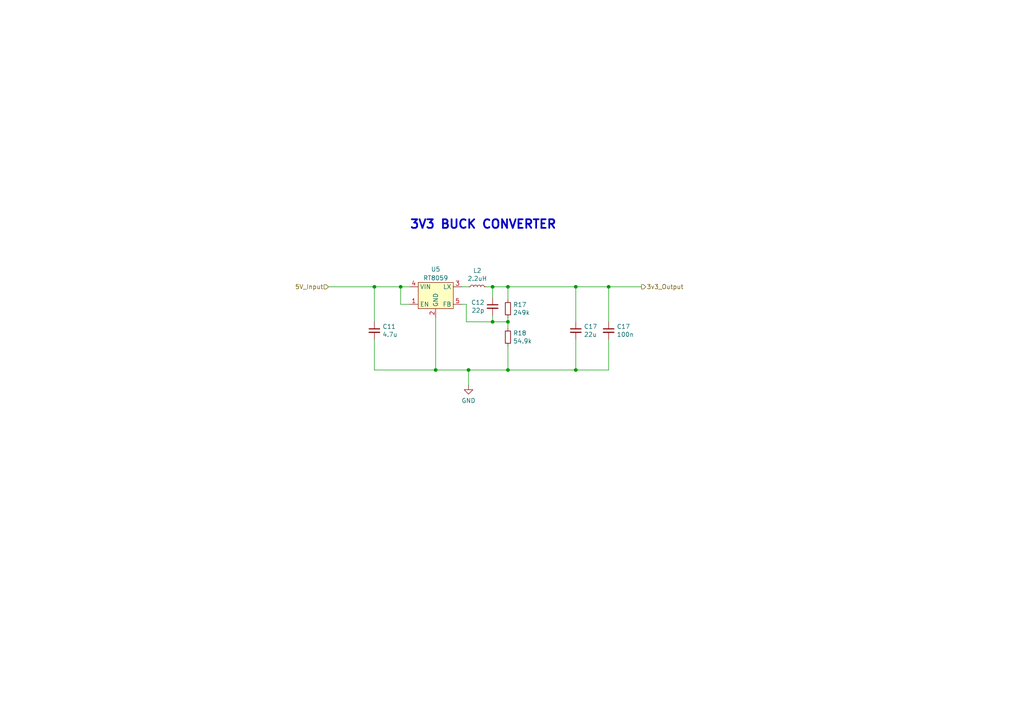
<source format=kicad_sch>
(kicad_sch (version 20230121) (generator eeschema)
  (paper "A4")
  (lib_symbols
    (symbol "Device:C_Small" (pin_numbers hide) (pin_names (offset 0.254) hide)
      (property "Reference" "C" (at 0.254 1.778 0))
      (property "Value" "C_Small" (at 0.254 -2.032 0))
      (symbol "C_Small_0_1"
        (polyline (pts (xy -1.524 -0.508) (xy 1.524 -0.508)) (stroke (width 0.3302)))
        (polyline (pts (xy -1.524 0.508) (xy 1.524 0.508)) (stroke (width 0.3048)))
      )
      (symbol "C_Small_1_1"
        (pin passive line (at 0 2.54 270) (length 2.032) (name "~") (number "1"))
        (pin passive line (at 0 -2.54 90) (length 2.032) (name "~") (number "2"))
      )
    )
    (symbol "Device:L_Small" (pin_numbers hide) (pin_names (offset 0.254) hide)
      (property "Reference" "L" (at 0.762 1.016 0))
      (property "Value" "L_Small" (at 0.762 -1.016 0))
      (symbol "L_Small_0_1"
        (arc (start 0 -2.032) (mid 0.5058 -1.524) (end 0 -1.016))
        (arc (start 0 -1.016) (mid 0.5058 -0.508) (end 0 0))
        (arc (start 0 0) (mid 0.5058 0.508) (end 0 1.016))
        (arc (start 0 1.016) (mid 0.5058 1.524) (end 0 2.032))
      )
      (symbol "L_Small_1_1"
        (pin passive line (at 0 2.54 270) (length 0.508) (name "~") (number "1"))
        (pin passive line (at 0 -2.54 90) (length 0.508) (name "~") (number "2"))
      )
    )
    (symbol "Device:R_Small" (pin_numbers hide) (pin_names (offset 0.254) hide)
      (property "Reference" "R" (at 0.762 0.508 0))
      (property "Value" "R_Small" (at 0.762 -1.016 0))
      (symbol "R_Small_0_1"
        (rectangle (start -0.762 1.778) (end 0.762 -1.778) (stroke (width 0.2032)))
      )
      (symbol "R_Small_1_1"
        (pin passive line (at 0 2.54 270) (length 0.762) (name "~") (number "1"))
        (pin passive line (at 0 -2.54 90) (length 0.762) (name "~") (number "2"))
      )
    )
    (symbol "ECAD_Symbol:RT8059"
      (property "Reference" "U" (at 0 6.35 0))
      (property "Value" "RT8059" (at 0 3.81 0))
      (symbol "RT8059_0_0"
        (pin input line (at -7.62 -3.81 0) (length 2.54) (name "EN") (number "1"))
        (pin power_in line (at 0 -7.62 90) (length 2.54) (name "GND") (number "2"))
        (pin passive line (at 7.62 1.27 180) (length 2.54) (name "LX") (number "3"))
        (pin input line (at -7.62 1.27 0) (length 2.54) (name "VIN") (number "4"))
        (pin input line (at 7.62 -3.81 180) (length 2.54) (name "FB") (number "5"))
      )
      (symbol "RT8059_0_1"
        (rectangle (start -5.08 2.54) (end 5.08 -5.08) (fill (type background)))
      )
    )
    (symbol "power:GND" (power) (pin_names (offset 0))
      (property "Value" "GND" (at 0 -3.81 0))
      (symbol "GND_0_1"
        (polyline (pts (xy 0 0) (xy 0 -1.27) (xy 1.27 -1.27) (xy 0 -2.54) (xy -1.27 -1.27) (xy 0 -1.27)))
      )
      (symbol "GND_1_1"
        (pin power_in line (at 0 0 270) (length 0) hide (name "GND") (number "1"))
      )
    )
  )
  (junction (at 147.32 107.315))
  (junction (at 108.585 83.185))
  (junction (at 116.205 83.185))
  (junction (at 126.365 107.315))
  (junction (at 147.32 83.185))
  (junction (at 135.89 107.315))
  (junction (at 167.005 107.315))
  (junction (at 142.875 93.345))
  (junction (at 147.32 93.345))
  (junction (at 167.005 83.185))
  (junction (at 142.875 83.185))
  (junction (at 176.53 83.185))
  (wire (pts (xy 116.205 88.265) (xy 116.205 83.185)))
  (wire (pts (xy 142.875 93.345) (xy 147.32 93.345)))
  (wire (pts (xy 176.53 98.425) (xy 176.53 107.315)))
  (wire (pts (xy 135.89 107.315) (xy 147.32 107.315)))
  (wire (pts (xy 147.32 93.345) (xy 147.32 95.25)))
  (wire (pts (xy 135.255 88.265) (xy 133.985 88.265)))
  (wire (pts (xy 95.25 83.185) (xy 108.585 83.185)))
  (wire (pts (xy 147.32 93.345) (xy 147.32 92.075)))
  (wire (pts (xy 176.53 93.345) (xy 176.53 83.185)))
  (wire (pts (xy 167.005 83.185) (xy 176.53 83.185)))
  (wire (pts (xy 118.745 83.185) (xy 116.205 83.185)))
  (wire (pts (xy 135.89 107.315) (xy 135.89 111.76)))
  (wire (pts (xy 140.97 83.185) (xy 142.875 83.185)))
  (wire (pts (xy 118.745 88.265) (xy 116.205 88.265)))
  (wire (pts (xy 133.985 83.185) (xy 135.89 83.185)))
  (wire (pts (xy 126.365 92.075) (xy 126.365 107.315)))
  (wire (pts (xy 147.32 107.315) (xy 147.32 100.33)))
  (wire (pts (xy 167.005 107.315) (xy 167.005 98.425)))
  (wire (pts (xy 147.32 107.315) (xy 167.005 107.315)))
  (wire (pts (xy 142.875 83.185) (xy 147.32 83.185)))
  (wire (pts (xy 126.365 107.315) (xy 135.89 107.315)))
  (wire (pts (xy 108.585 83.185) (xy 108.585 93.345)))
  (wire (pts (xy 108.585 98.425) (xy 108.585 107.315)))
  (wire (pts (xy 147.32 83.185) (xy 167.005 83.185)))
  (wire (pts (xy 167.005 83.185) (xy 167.005 93.345)))
  (wire (pts (xy 147.32 86.995) (xy 147.32 83.185)))
  (wire (pts (xy 142.875 83.185) (xy 142.875 86.36)))
  (wire (pts (xy 108.585 107.315) (xy 126.365 107.315)))
  (wire (pts (xy 116.205 83.185) (xy 108.585 83.185)))
  (wire (pts (xy 176.53 83.185) (xy 186.055 83.185)))
  (wire (pts (xy 142.875 91.44) (xy 142.875 93.345)))
  (wire (pts (xy 135.255 93.345) (xy 135.255 88.265)))
  (wire (pts (xy 135.255 93.345) (xy 142.875 93.345)))
  (wire (pts (xy 176.53 107.315) (xy 167.005 107.315)))
  (text "3V3 BUCK CONVERTER" (at 118.745 66.675 0) (effects (font (size 2.5 2.5) (thickness 0.5) bold) (justify left bottom)))
  (hierarchical_label "5V_Input" (shape input) (at 95.25 83.185 180))
  (hierarchical_label "3v3_Output" (shape output) (at 186.055 83.185 0))
  (symbol (lib_id "Device:C_Small") (at 176.53 95.885 0) (unit 1)
    (property "Reference" "C17" (at 178.8668 94.7166 0) (effects (justify left)))
    (property "Value" "100n" (at 178.8668 97.028 0) (effects (justify left)))
    (property "Footprint" "Capacitor_SMD:C_0603_1608Metric" (effects hide))
    (instances (project "src_esp32" (path "" (reference "C17") (unit 1))) (project "48V-PV_Battery_charge_&_monitor" (path "" (reference "C47") (unit 1))) (project "MIR" (path "" (reference "C23") (unit 1))))
  )
  (symbol (lib_id "Device:C_Small") (at 108.585 95.885 0) (unit 1)
    (property "Reference" "C11" (at 110.9218 94.7166 0) (effects (justify left)))
    (property "Value" "4.7u" (at 110.9218 97.028 0) (effects (justify left)))
    (property "Footprint" "Capacitor_SMD:C_0805_2012Metric" (effects hide))
    (instances (project "src_esp32" (path "" (reference "C11") (unit 1))) (project "48V-PV_Battery_charge_&_monitor" (path "" (reference "C25") (unit 1))) (project "MIR" (path "" (reference "C17") (unit 1))))
  )
  (symbol (lib_id "Device:R_Small") (at 147.32 89.535 0) (unit 1)
    (property "Reference" "R17" (at 148.8186 88.3666 0) (effects (justify left)))
    (property "Value" "249k" (at 148.8186 90.678 0) (effects (justify left)))
    (property "Footprint" "Resistor_SMD:R_0603_1608Metric" (effects hide))
    (instances (project "src_esp32" (path "" (reference "R17") (unit 1))) (project "48V-PV_Battery_charge_&_monitor" (path "" (reference "R21") (unit 1))) (project "MIR" (path "" (reference "R16") (unit 1))))
  )
  (symbol (lib_id "Device:C_Small") (at 167.005 95.885 0) (unit 1)
    (property "Reference" "C17" (at 169.3418 94.7166 0) (effects (justify left)))
    (property "Value" "22u" (at 169.3418 97.028 0) (effects (justify left)))
    (property "Footprint" "Capacitor_SMD:C_0603_1608Metric" (effects hide))
    (instances (project "src_esp32" (path "" (reference "C17") (unit 1))) (project "48V-PV_Battery_charge_&_monitor" (path "" (reference "C27") (unit 1))) (project "MIR" (path "" (reference "C23") (unit 1))))
  )
  (symbol (lib_id "power:GND") (at 135.89 111.76 0) (unit 1)
    (property "Reference" "#PWR032" (effects hide))
    (property "Value" "GND" (at 135.89 116.205 0))
    (instances (project "src_esp32" (path "" (reference "#PWR032") (unit 1))) (project "48V-PV_Battery_charge_&_monitor" (path "" (reference "#PWR022") (unit 1))) (project "MIR" (path "" (reference "#PWR059") (unit 1))))
  )
  (symbol (lib_id "Device:R_Small") (at 147.32 97.79 0) (unit 1)
    (property "Reference" "R18" (at 148.8186 96.6216 0) (effects (justify left)))
    (property "Value" "54.9k" (at 148.8186 98.933 0) (effects (justify left)))
    (property "Footprint" "Resistor_SMD:R_0603_1608Metric" (effects hide))
    (instances (project "src_esp32" (path "" (reference "R18") (unit 1))) (project "48V-PV_Battery_charge_&_monitor" (path "" (reference "R22") (unit 1))) (project "MIR" (path "" (reference "R17") (unit 1))))
  )
  (symbol (lib_id "Device:L_Small") (at 138.43 83.185 90) (unit 1)
    (property "Reference" "L2" (at 138.43 78.486 90))
    (property "Value" "2.2uH" (at 138.43 80.7974 90))
    (property "Footprint" "Inductor_SMD:L_1210_3225Metric" (effects hide))
    (property "Mfr#" "DFE252012F-100M=P2 " (effects hide))
    (instances (project "src_esp32" (path "" (reference "L2") (unit 1))) (project "48V-PV_Battery_charge_&_monitor" (path "" (reference "L3") (unit 1))) (project "MIR" (path "" (reference "L1") (unit 1))))
  )
  (symbol (lib_id "ECAD_Symbol:RT8059") (at 126.365 84.455 0) (unit 1)
    (property "Reference" "U5" (at 126.365 78.105 0))
    (property "Value" "RT8059" (at 126.365 80.645 0))
    (property "Footprint" "Package_TO_SOT_SMD:SOT-23-5" (effects hide))
    (instances (project "src_esp32" (path "" (reference "U5") (unit 1))) (project "48V-PV_Battery_charge_&_monitor" (path "" (reference "U2") (unit 1))))
  )
  (symbol (lib_id "Device:C_Small") (at 142.875 88.9 0) (mirror y) (unit 1)
    (property "Reference" "C12" (at 140.5382 87.7316 0) (effects (justify left)))
    (property "Value" "22p" (at 140.5382 90.043 0) (effects (justify left)))
    (property "Footprint" "Capacitor_SMD:C_0805_2012Metric" (effects hide))
    (instances (project "src_esp32" (path "" (reference "C12") (unit 1))) (project "48V-PV_Battery_charge_&_monitor" (path "" (reference "C26") (unit 1))) (project "MIR" (path "" (reference "C17") (unit 1))))
  )
)
</source>
